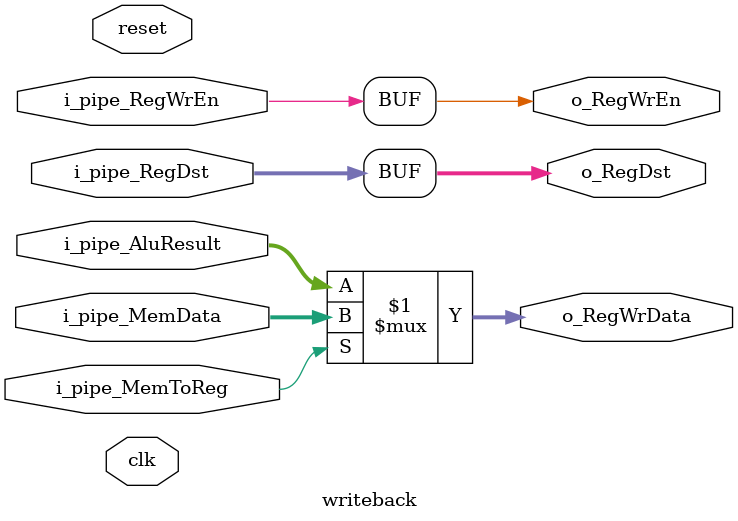
<source format=v>
`include "light_rv32i_defs.vh"

module writeback(
    input  clk,
    input  reset,

    output wire [4:0] o_RegDst,
    output wire [31:0] o_RegWrData,
    output wire     o_RegWrEn,

    // --- pipeline ---
    // former result
    input wire [31:0] i_pipe_MemData,

    // control signals
    input wire        i_pipe_MemToReg,
    input wire        i_pipe_RegWrEn,

    // pass through
    input wire [31:0] i_pipe_AluResult,
    input wire [4:0]  i_pipe_RegDst
);

    // Beq: Write PC logic
    assign o_RegDst = i_pipe_RegDst;
    assign o_RegWrData = i_pipe_MemToReg ? i_pipe_MemData : i_pipe_AluResult;
    assign o_RegWrEn = i_pipe_RegWrEn;

endmodule

</source>
